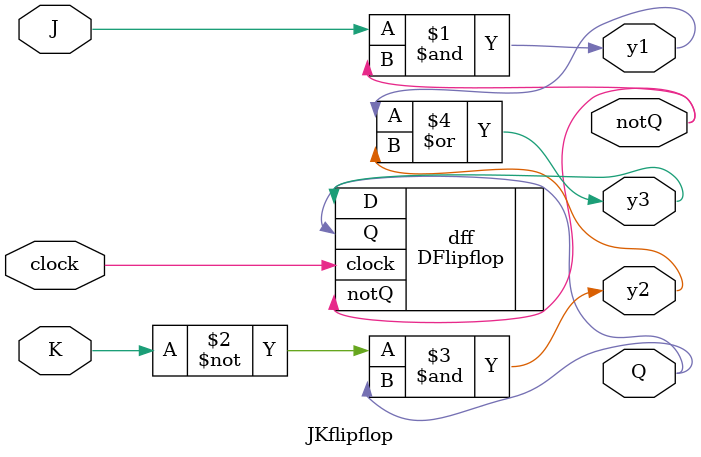
<source format=v>
module JKflipflop(
input J, K, 
input clock,
output Q, y1, y2, y3, notQ 
);

assign y1 = J & notQ;
assign y2 = ~K & Q;
assign y3 = y1 | y2;

DFlipflop dff (
.D(y3),
.clock(clock),
.Q(Q),
.notQ(notQ)
);

endmodule

</source>
